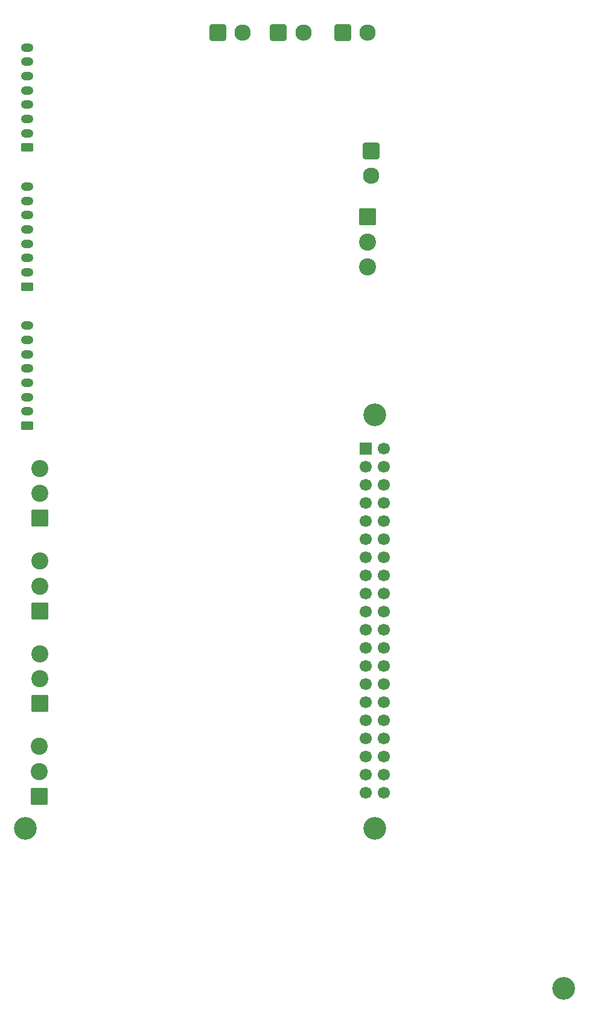
<source format=gbr>
%TF.GenerationSoftware,KiCad,Pcbnew,9.0.3*%
%TF.CreationDate,2026-03-01T13:08:57+01:00*%
%TF.ProjectId,HAT_RPI_PnP,4841545f-5250-4495-9f50-6e502e6b6963,rev?*%
%TF.SameCoordinates,Original*%
%TF.FileFunction,Soldermask,Bot*%
%TF.FilePolarity,Negative*%
%FSLAX46Y46*%
G04 Gerber Fmt 4.6, Leading zero omitted, Abs format (unit mm)*
G04 Created by KiCad (PCBNEW 9.0.3) date 2026-03-01 13:08:57*
%MOMM*%
%LPD*%
G01*
G04 APERTURE LIST*
G04 Aperture macros list*
%AMRoundRect*
0 Rectangle with rounded corners*
0 $1 Rounding radius*
0 $2 $3 $4 $5 $6 $7 $8 $9 X,Y pos of 4 corners*
0 Add a 4 corners polygon primitive as box body*
4,1,4,$2,$3,$4,$5,$6,$7,$8,$9,$2,$3,0*
0 Add four circle primitives for the rounded corners*
1,1,$1+$1,$2,$3*
1,1,$1+$1,$4,$5*
1,1,$1+$1,$6,$7*
1,1,$1+$1,$8,$9*
0 Add four rect primitives between the rounded corners*
20,1,$1+$1,$2,$3,$4,$5,0*
20,1,$1+$1,$4,$5,$6,$7,0*
20,1,$1+$1,$6,$7,$8,$9,0*
20,1,$1+$1,$8,$9,$2,$3,0*%
G04 Aperture macros list end*
%ADD10C,3.200000*%
%ADD11RoundRect,0.250001X0.949999X-0.949999X0.949999X0.949999X-0.949999X0.949999X-0.949999X-0.949999X0*%
%ADD12C,2.400000*%
%ADD13RoundRect,0.250000X0.625000X-0.350000X0.625000X0.350000X-0.625000X0.350000X-0.625000X-0.350000X0*%
%ADD14O,1.750000X1.200000*%
%ADD15C,2.300000*%
%ADD16RoundRect,0.250001X-0.899999X0.899999X-0.899999X-0.899999X0.899999X-0.899999X0.899999X0.899999X0*%
%ADD17RoundRect,0.250001X-0.899999X-0.899999X0.899999X-0.899999X0.899999X0.899999X-0.899999X0.899999X0*%
%ADD18RoundRect,0.250001X-0.949999X0.949999X-0.949999X-0.949999X0.949999X-0.949999X0.949999X0.949999X0*%
%ADD19C,1.700000*%
%ADD20R,1.700000X1.700000*%
G04 APERTURE END LIST*
D10*
%TO.C,H4*%
X138800000Y-186400000D03*
%TD*%
%TO.C,H3*%
X63250000Y-164000000D03*
%TD*%
%TO.C,H2*%
X112250000Y-106000000D03*
%TD*%
%TO.C,H1*%
X112250000Y-164000000D03*
%TD*%
D11*
%TO.C,J5*%
X65267500Y-133500000D03*
D12*
X65267500Y-130000000D03*
X65267500Y-126500000D03*
%TD*%
D11*
%TO.C,J2*%
X65267500Y-146500000D03*
D12*
X65267500Y-143000000D03*
X65267500Y-139500000D03*
%TD*%
D13*
%TO.C,J10*%
X63500000Y-88000000D03*
D14*
X63500000Y-86000000D03*
X63500000Y-84000000D03*
X63500000Y-82000000D03*
X63500000Y-80000000D03*
X63500000Y-78000000D03*
X63500000Y-76000000D03*
X63500000Y-74000000D03*
%TD*%
D13*
%TO.C,J6*%
X63500000Y-68500000D03*
D14*
X63500000Y-66500000D03*
X63500000Y-64500000D03*
X63500000Y-62500000D03*
X63500000Y-60500000D03*
X63500000Y-58500000D03*
X63500000Y-56500000D03*
X63500000Y-54500000D03*
%TD*%
D11*
%TO.C,J4*%
X65267500Y-120500000D03*
D12*
X65267500Y-117000000D03*
X65267500Y-113500000D03*
%TD*%
D15*
%TO.C,J9*%
X111750000Y-72500000D03*
D16*
X111750000Y-69000000D03*
%TD*%
D17*
%TO.C,J8*%
X98750000Y-52417500D03*
D15*
X102250000Y-52417500D03*
%TD*%
D13*
%TO.C,J11*%
X63500000Y-107500000D03*
D14*
X63500000Y-105500000D03*
X63500000Y-103500000D03*
X63500000Y-101500000D03*
X63500000Y-99500000D03*
X63500000Y-97500000D03*
X63500000Y-95500000D03*
X63500000Y-93500000D03*
%TD*%
D17*
%TO.C,J7*%
X90250000Y-52417500D03*
D15*
X93750000Y-52417500D03*
%TD*%
D17*
%TO.C,J13*%
X107750000Y-52417500D03*
D15*
X111250000Y-52417500D03*
%TD*%
D11*
%TO.C,J3*%
X65217500Y-159500000D03*
D12*
X65217500Y-156000000D03*
X65217500Y-152500000D03*
%TD*%
%TO.C,J12*%
X111250000Y-85250000D03*
X111250000Y-81750000D03*
D18*
X111250000Y-78250000D03*
%TD*%
D19*
%TO.C,J14*%
X113540000Y-159000000D03*
X111000000Y-159000000D03*
X113540000Y-156460000D03*
X111000000Y-156460000D03*
X113540000Y-153920000D03*
X111000000Y-153920000D03*
X113540000Y-151380000D03*
X111000000Y-151380000D03*
X113540000Y-148840000D03*
X111000000Y-148840000D03*
X113540000Y-146300000D03*
X111000000Y-146300000D03*
X113540000Y-143760000D03*
X111000000Y-143760000D03*
X113540000Y-141220000D03*
X111000000Y-141220000D03*
X113540000Y-138680000D03*
X111000000Y-138680000D03*
X113540000Y-136140000D03*
X111000000Y-136140000D03*
X113540000Y-133600000D03*
X111000000Y-133600000D03*
X113540000Y-131060000D03*
X111000000Y-131060000D03*
X113540000Y-128520000D03*
X111000000Y-128520000D03*
X113540000Y-125980000D03*
X111000000Y-125980000D03*
X113540000Y-123440000D03*
X111000000Y-123440000D03*
X113540000Y-120900000D03*
X111000000Y-120900000D03*
X113540000Y-118360000D03*
X111000000Y-118360000D03*
X113540000Y-115820000D03*
X111000000Y-115820000D03*
X113540000Y-113280000D03*
X111000000Y-113280000D03*
X113540000Y-110740000D03*
D20*
X111000000Y-110740000D03*
%TD*%
M02*

</source>
